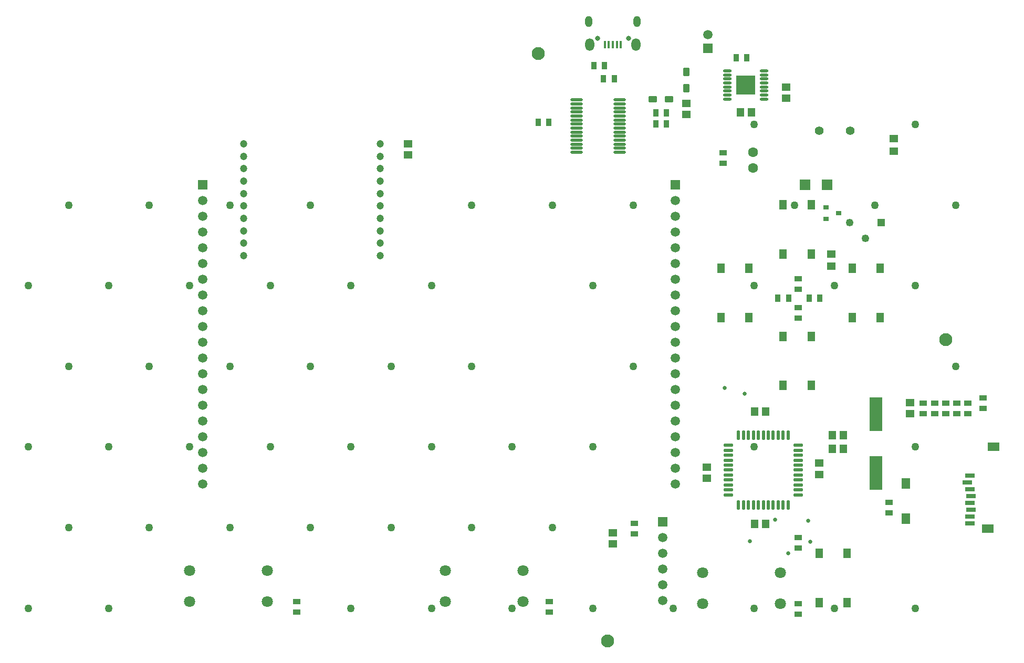
<source format=gbr>
%TF.GenerationSoftware,Altium Limited,Altium Designer,21.6.1 (37)*%
G04 Layer_Color=8388736*
%FSLAX43Y43*%
%MOMM*%
%TF.SameCoordinates,4DA2BED1-4599-47CA-9C3E-D857DBAA41EB*%
%TF.FilePolarity,Negative*%
%TF.FileFunction,Soldermask,Top*%
%TF.Part,Single*%
G01*
G75*
%TA.AperFunction,SMDPad,CuDef*%
%ADD10R,1.700X1.680*%
%ADD11O,0.550X1.600*%
%ADD12O,1.600X0.550*%
%ADD13R,1.400X1.200*%
%ADD14R,1.500X0.800*%
%ADD15R,1.400X1.800*%
%ADD16R,0.900X0.800*%
%ADD17R,0.850X1.300*%
%ADD18R,1.300X0.850*%
%ADD19R,1.450X1.200*%
%ADD20R,1.300X1.550*%
%ADD21R,0.450X1.300*%
G04:AMPARAMS|DCode=22|XSize=1.4mm|YSize=1mm|CornerRadius=0.2mm|HoleSize=0mm|Usage=FLASHONLY|Rotation=90.000|XOffset=0mm|YOffset=0mm|HoleType=Round|Shape=RoundedRectangle|*
%AMROUNDEDRECTD22*
21,1,1.400,0.600,0,0,90.0*
21,1,1.000,1.000,0,0,90.0*
1,1,0.400,0.300,0.500*
1,1,0.400,0.300,-0.500*
1,1,0.400,-0.300,-0.500*
1,1,0.400,-0.300,0.500*
%
%ADD22ROUNDEDRECTD22*%
%ADD23R,2.000X5.500*%
%ADD24R,1.900X1.400*%
G04:AMPARAMS|DCode=25|XSize=1.4mm|YSize=1mm|CornerRadius=0.2mm|HoleSize=0mm|Usage=FLASHONLY|Rotation=0.000|XOffset=0mm|YOffset=0mm|HoleType=Round|Shape=RoundedRectangle|*
%AMROUNDEDRECTD25*
21,1,1.400,0.600,0,0,0.0*
21,1,1.000,1.000,0,0,0.0*
1,1,0.400,0.500,-0.300*
1,1,0.400,-0.500,-0.300*
1,1,0.400,-0.500,0.300*
1,1,0.400,0.500,0.300*
%
%ADD25ROUNDEDRECTD25*%
%ADD26O,1.400X0.450*%
%ADD27R,3.100X3.100*%
%ADD28O,2.000X0.450*%
%ADD29R,1.200X1.400*%
%TA.AperFunction,ComponentPad*%
%ADD33C,2.100*%
%ADD34C,1.500*%
%ADD35C,1.200*%
%ADD36C,1.600*%
%ADD37C,1.800*%
%ADD38C,1.400*%
%ADD39R,1.500X1.500*%
%ADD40O,1.450X2.000*%
%ADD41O,1.150X1.800*%
%ADD42C,0.800*%
%ADD43R,1.250X1.250*%
%ADD44C,1.250*%
%TA.AperFunction,ViaPad*%
%ADD45C,0.650*%
%ADD46C,1.270*%
%ADD47C,0.750*%
D10*
X135215Y78295D02*
D03*
X138795D02*
D03*
D11*
X132500Y37925D02*
D03*
X125300Y26625D02*
D03*
X126100D02*
D03*
X132500D02*
D03*
X126900Y37925D02*
D03*
X124500D02*
D03*
X129300Y26625D02*
D03*
X126900D02*
D03*
X131700Y37925D02*
D03*
X124500Y26625D02*
D03*
X127700D02*
D03*
X128500D02*
D03*
X130100D02*
D03*
X130900D02*
D03*
X131700D02*
D03*
X130900Y37925D02*
D03*
X130100D02*
D03*
X129300D02*
D03*
X128500D02*
D03*
X127700D02*
D03*
X126100D02*
D03*
X125300D02*
D03*
D12*
X134150Y30675D02*
D03*
X122850Y29075D02*
D03*
Y28275D02*
D03*
X134150D02*
D03*
Y29075D02*
D03*
Y29875D02*
D03*
Y31475D02*
D03*
Y35475D02*
D03*
X122850Y36275D02*
D03*
Y35475D02*
D03*
Y34675D02*
D03*
Y33875D02*
D03*
Y33075D02*
D03*
Y32275D02*
D03*
Y31475D02*
D03*
Y30675D02*
D03*
Y29875D02*
D03*
X134150Y32275D02*
D03*
Y33075D02*
D03*
Y33875D02*
D03*
Y34675D02*
D03*
Y36275D02*
D03*
D13*
X152200Y41350D02*
D03*
Y43150D02*
D03*
X71250Y83070D02*
D03*
Y84870D02*
D03*
X104250Y22150D02*
D03*
X116100Y91416D02*
D03*
Y89616D02*
D03*
X119387Y32725D02*
D03*
Y30925D02*
D03*
X137491Y33369D02*
D03*
Y31569D02*
D03*
X104250Y20350D02*
D03*
X132164Y92259D02*
D03*
Y94059D02*
D03*
D14*
X162000Y28040D02*
D03*
Y25840D02*
D03*
X161800Y31340D02*
D03*
X161400Y30240D02*
D03*
X161800Y29140D02*
D03*
Y26940D02*
D03*
Y24740D02*
D03*
Y23640D02*
D03*
D15*
X151500Y30150D02*
D03*
Y24450D02*
D03*
D16*
X138630Y72739D02*
D03*
X140630Y73689D02*
D03*
X138630Y74639D02*
D03*
D17*
X125834Y98750D02*
D03*
X135900Y59985D02*
D03*
X132561D02*
D03*
X130861D02*
D03*
X137600D02*
D03*
X124134Y98750D02*
D03*
X93900Y88400D02*
D03*
X92200D02*
D03*
X102883Y97500D02*
D03*
X101183D02*
D03*
X102757Y95359D02*
D03*
X104457D02*
D03*
X111150Y88075D02*
D03*
X112850D02*
D03*
X112850Y89900D02*
D03*
X111150D02*
D03*
D18*
X134161Y61455D02*
D03*
X134161Y58495D02*
D03*
X53250Y9335D02*
D03*
X94000D02*
D03*
X134150Y9050D02*
D03*
X163900Y42250D02*
D03*
X154299Y43100D02*
D03*
X156099D02*
D03*
X157899D02*
D03*
X159700D02*
D03*
X161500D02*
D03*
X148750Y25400D02*
D03*
X107750Y23700D02*
D03*
X134150Y21408D02*
D03*
X161500Y41400D02*
D03*
X159700D02*
D03*
X157899D02*
D03*
X156099D02*
D03*
X148750Y27100D02*
D03*
X134150Y10750D02*
D03*
X122034Y83475D02*
D03*
Y81775D02*
D03*
X154299Y41400D02*
D03*
X163900Y43950D02*
D03*
X94000Y11035D02*
D03*
X53250D02*
D03*
X134161Y56795D02*
D03*
X134150Y19708D02*
D03*
X134161Y63155D02*
D03*
X107750Y22000D02*
D03*
D19*
X149500Y85700D02*
D03*
X139500Y65125D02*
D03*
Y67125D02*
D03*
X149500Y83700D02*
D03*
D20*
X142841Y56870D02*
D03*
X131711Y67100D02*
D03*
X121641Y56870D02*
D03*
X131711Y45900D02*
D03*
X126141Y64820D02*
D03*
X121641D02*
D03*
X126141Y56870D02*
D03*
X147341Y64820D02*
D03*
Y56870D02*
D03*
X142841Y64820D02*
D03*
X141991Y18868D02*
D03*
X137491Y10918D02*
D03*
Y18868D02*
D03*
X141991Y10918D02*
D03*
X136211Y75050D02*
D03*
X131711D02*
D03*
X136211Y67100D02*
D03*
Y45900D02*
D03*
X131711Y53850D02*
D03*
X136211D02*
D03*
D21*
X102950Y100850D02*
D03*
X104900D02*
D03*
X104250D02*
D03*
X105550D02*
D03*
X103600D02*
D03*
D22*
X116100Y93900D02*
D03*
Y96500D02*
D03*
D23*
X146691Y41300D02*
D03*
Y31800D02*
D03*
D24*
X165650Y36000D02*
D03*
X164650Y22850D02*
D03*
D25*
X113300Y92100D02*
D03*
X110700D02*
D03*
D26*
X122734Y92759D02*
D03*
Y92109D02*
D03*
Y94059D02*
D03*
Y93409D02*
D03*
Y94709D02*
D03*
Y95359D02*
D03*
Y96009D02*
D03*
Y96659D02*
D03*
X128634Y92759D02*
D03*
Y92109D02*
D03*
Y93409D02*
D03*
Y94059D02*
D03*
Y94709D02*
D03*
Y95359D02*
D03*
Y96009D02*
D03*
Y96659D02*
D03*
D27*
X125684Y94384D02*
D03*
D28*
X105333Y83525D02*
D03*
Y84175D02*
D03*
Y84825D02*
D03*
Y85475D02*
D03*
Y86125D02*
D03*
Y86775D02*
D03*
Y87425D02*
D03*
Y88075D02*
D03*
Y88725D02*
D03*
Y89375D02*
D03*
Y90025D02*
D03*
Y90675D02*
D03*
Y91325D02*
D03*
Y91975D02*
D03*
X98433Y83525D02*
D03*
Y84175D02*
D03*
Y84825D02*
D03*
Y85475D02*
D03*
Y86125D02*
D03*
Y86775D02*
D03*
Y87425D02*
D03*
Y88075D02*
D03*
Y88725D02*
D03*
Y89375D02*
D03*
Y90025D02*
D03*
Y90675D02*
D03*
Y91325D02*
D03*
Y91975D02*
D03*
D29*
X128875Y41750D02*
D03*
X127075D02*
D03*
X127075Y23550D02*
D03*
X128875D02*
D03*
X139600Y37925D02*
D03*
X141400D02*
D03*
X139600Y35669D02*
D03*
X141400D02*
D03*
X124795Y90009D02*
D03*
X126595D02*
D03*
D33*
X92200Y99469D02*
D03*
X157899Y53324D02*
D03*
X103400Y4750D02*
D03*
D34*
X114341Y42735D02*
D03*
X119600Y102540D02*
D03*
X114341Y50355D02*
D03*
X112250Y11248D02*
D03*
Y13788D02*
D03*
Y16328D02*
D03*
Y18868D02*
D03*
Y21408D02*
D03*
X38131Y75755D02*
D03*
Y73215D02*
D03*
Y70675D02*
D03*
Y68135D02*
D03*
Y65595D02*
D03*
Y63055D02*
D03*
Y60515D02*
D03*
Y57975D02*
D03*
Y55435D02*
D03*
Y52895D02*
D03*
Y50355D02*
D03*
Y47815D02*
D03*
Y45275D02*
D03*
Y42735D02*
D03*
Y40195D02*
D03*
Y37655D02*
D03*
Y35115D02*
D03*
Y32575D02*
D03*
Y30035D02*
D03*
X114341D02*
D03*
Y32575D02*
D03*
Y35115D02*
D03*
Y37655D02*
D03*
Y40195D02*
D03*
Y45275D02*
D03*
Y47815D02*
D03*
Y52895D02*
D03*
Y55435D02*
D03*
Y57975D02*
D03*
Y60515D02*
D03*
Y63055D02*
D03*
Y65595D02*
D03*
Y68135D02*
D03*
Y70675D02*
D03*
Y73215D02*
D03*
Y75755D02*
D03*
D35*
X66750Y82870D02*
D03*
Y84870D02*
D03*
Y66870D02*
D03*
Y76870D02*
D03*
X44750Y84870D02*
D03*
Y82870D02*
D03*
Y80870D02*
D03*
Y78870D02*
D03*
Y76870D02*
D03*
Y72870D02*
D03*
Y68870D02*
D03*
Y66870D02*
D03*
X66750Y78870D02*
D03*
Y74870D02*
D03*
Y72870D02*
D03*
Y70870D02*
D03*
Y68870D02*
D03*
Y80870D02*
D03*
X44750Y70870D02*
D03*
Y74870D02*
D03*
D36*
X126821Y80975D02*
D03*
Y83515D02*
D03*
D37*
X36001Y16035D02*
D03*
X77251D02*
D03*
X118751Y15750D02*
D03*
X89751Y11035D02*
D03*
Y16035D02*
D03*
X77251Y11035D02*
D03*
X131251Y10750D02*
D03*
Y15750D02*
D03*
X118751Y10750D02*
D03*
X48501Y16035D02*
D03*
X36001Y11035D02*
D03*
X48501D02*
D03*
D38*
X137500Y87000D02*
D03*
X142500D02*
D03*
D39*
X112250Y23948D02*
D03*
X38131Y78295D02*
D03*
X119600Y100260D02*
D03*
X114341Y78295D02*
D03*
D40*
X107975Y100850D02*
D03*
X100525D02*
D03*
D41*
X108125Y104650D02*
D03*
X100375D02*
D03*
D42*
X106750Y101900D02*
D03*
X101750D02*
D03*
D43*
X147488Y72184D02*
D03*
D44*
X142408D02*
D03*
X144948Y69644D02*
D03*
D45*
X122276Y45550D02*
D03*
X125491Y44555D02*
D03*
X126375Y20806D02*
D03*
X132500Y18810D02*
D03*
X136078Y20706D02*
D03*
X135750Y24076D02*
D03*
X130375Y24267D02*
D03*
D46*
X127000Y10000D02*
D03*
X114000D02*
D03*
X153000Y88000D02*
D03*
X159500Y75000D02*
D03*
X153000Y62000D02*
D03*
X159500Y49000D02*
D03*
X153000Y36000D02*
D03*
Y10000D02*
D03*
X146500Y75000D02*
D03*
X140000Y62000D02*
D03*
Y10000D02*
D03*
X127000Y88000D02*
D03*
X133500Y75000D02*
D03*
X127000Y62000D02*
D03*
Y36000D02*
D03*
X107500Y75000D02*
D03*
X101000Y62000D02*
D03*
X107500Y49000D02*
D03*
X101000Y36000D02*
D03*
Y10000D02*
D03*
X94500Y75000D02*
D03*
X88000Y36000D02*
D03*
X94500Y23000D02*
D03*
X88000Y10000D02*
D03*
X81500Y75000D02*
D03*
X75000Y62000D02*
D03*
X81500Y49000D02*
D03*
X75000Y36000D02*
D03*
X81500Y23000D02*
D03*
X75000Y10000D02*
D03*
X62000Y62000D02*
D03*
X68500Y49000D02*
D03*
X62000Y36000D02*
D03*
X68500Y23000D02*
D03*
X62000Y10000D02*
D03*
X55500Y75000D02*
D03*
X49000Y62000D02*
D03*
X55500Y49000D02*
D03*
X49000Y36000D02*
D03*
X55500Y23000D02*
D03*
X42500Y75000D02*
D03*
X36000Y62000D02*
D03*
X42500Y49000D02*
D03*
X36000Y36000D02*
D03*
X42500Y23000D02*
D03*
X29500Y75000D02*
D03*
X23000Y62000D02*
D03*
X29500Y49000D02*
D03*
X23000Y36000D02*
D03*
X29500Y23000D02*
D03*
X23000Y10000D02*
D03*
X16500Y75000D02*
D03*
X10000Y62000D02*
D03*
X16500Y49000D02*
D03*
X10000Y36000D02*
D03*
X16500Y23000D02*
D03*
X10000Y10000D02*
D03*
D47*
X124684Y93384D02*
D03*
X125684D02*
D03*
X126684D02*
D03*
X124684Y94384D02*
D03*
Y95384D02*
D03*
X125684Y94384D02*
D03*
Y95384D02*
D03*
X126684Y94384D02*
D03*
Y95384D02*
D03*
%TF.MD5,bfff16ad18f5c955d407c72dc0f903e5*%
M02*

</source>
